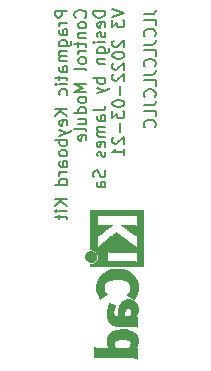
<source format=gbo>
%TF.GenerationSoftware,KiCad,Pcbnew,(6.0.4-0)*%
%TF.CreationDate,2022-03-28T13:42:25+08:00*%
%TF.ProjectId,Pragmatic,50726167-6d61-4746-9963-2e6b69636164,V3*%
%TF.SameCoordinates,Original*%
%TF.FileFunction,Legend,Bot*%
%TF.FilePolarity,Positive*%
%FSLAX46Y46*%
G04 Gerber Fmt 4.6, Leading zero omitted, Abs format (unit mm)*
G04 Created by KiCad (PCBNEW (6.0.4-0)) date 2022-03-28 13:42:25*
%MOMM*%
%LPD*%
G01*
G04 APERTURE LIST*
G04 Aperture macros list*
%AMRoundRect*
0 Rectangle with rounded corners*
0 $1 Rounding radius*
0 $2 $3 $4 $5 $6 $7 $8 $9 X,Y pos of 4 corners*
0 Add a 4 corners polygon primitive as box body*
4,1,4,$2,$3,$4,$5,$6,$7,$8,$9,$2,$3,0*
0 Add four circle primitives for the rounded corners*
1,1,$1+$1,$2,$3*
1,1,$1+$1,$4,$5*
1,1,$1+$1,$6,$7*
1,1,$1+$1,$8,$9*
0 Add four rect primitives between the rounded corners*
20,1,$1+$1,$2,$3,$4,$5,0*
20,1,$1+$1,$4,$5,$6,$7,0*
20,1,$1+$1,$6,$7,$8,$9,0*
20,1,$1+$1,$8,$9,$2,$3,0*%
G04 Aperture macros list end*
%ADD10C,0.150000*%
%ADD11C,0.010000*%
%ADD12R,1.752600X1.752600*%
%ADD13C,1.752600*%
%ADD14RoundRect,0.250000X-0.600000X-0.600000X0.600000X-0.600000X0.600000X0.600000X-0.600000X0.600000X0*%
%ADD15C,1.700000*%
%ADD16RoundRect,0.250000X0.600000X0.600000X-0.600000X0.600000X-0.600000X-0.600000X0.600000X-0.600000X0*%
%ADD17C,2.000000*%
%ADD18C,6.400000*%
G04 APERTURE END LIST*
D10*
X136467380Y-52405595D02*
X135467380Y-52405595D01*
X135467380Y-52786547D01*
X135515000Y-52881785D01*
X135562619Y-52929404D01*
X135657857Y-52977023D01*
X135800714Y-52977023D01*
X135895952Y-52929404D01*
X135943571Y-52881785D01*
X135991190Y-52786547D01*
X135991190Y-52405595D01*
X136467380Y-53405595D02*
X135800714Y-53405595D01*
X135991190Y-53405595D02*
X135895952Y-53453214D01*
X135848333Y-53500833D01*
X135800714Y-53596071D01*
X135800714Y-53691309D01*
X136467380Y-54453214D02*
X135943571Y-54453214D01*
X135848333Y-54405595D01*
X135800714Y-54310357D01*
X135800714Y-54119880D01*
X135848333Y-54024642D01*
X136419761Y-54453214D02*
X136467380Y-54357976D01*
X136467380Y-54119880D01*
X136419761Y-54024642D01*
X136324523Y-53977023D01*
X136229285Y-53977023D01*
X136134047Y-54024642D01*
X136086428Y-54119880D01*
X136086428Y-54357976D01*
X136038809Y-54453214D01*
X135800714Y-55357976D02*
X136610238Y-55357976D01*
X136705476Y-55310357D01*
X136753095Y-55262738D01*
X136800714Y-55167500D01*
X136800714Y-55024642D01*
X136753095Y-54929404D01*
X136419761Y-55357976D02*
X136467380Y-55262738D01*
X136467380Y-55072261D01*
X136419761Y-54977023D01*
X136372142Y-54929404D01*
X136276904Y-54881785D01*
X135991190Y-54881785D01*
X135895952Y-54929404D01*
X135848333Y-54977023D01*
X135800714Y-55072261D01*
X135800714Y-55262738D01*
X135848333Y-55357976D01*
X136467380Y-55834166D02*
X135800714Y-55834166D01*
X135895952Y-55834166D02*
X135848333Y-55881785D01*
X135800714Y-55977023D01*
X135800714Y-56119880D01*
X135848333Y-56215119D01*
X135943571Y-56262738D01*
X136467380Y-56262738D01*
X135943571Y-56262738D02*
X135848333Y-56310357D01*
X135800714Y-56405595D01*
X135800714Y-56548452D01*
X135848333Y-56643690D01*
X135943571Y-56691309D01*
X136467380Y-56691309D01*
X136467380Y-57596071D02*
X135943571Y-57596071D01*
X135848333Y-57548452D01*
X135800714Y-57453214D01*
X135800714Y-57262738D01*
X135848333Y-57167500D01*
X136419761Y-57596071D02*
X136467380Y-57500833D01*
X136467380Y-57262738D01*
X136419761Y-57167500D01*
X136324523Y-57119880D01*
X136229285Y-57119880D01*
X136134047Y-57167500D01*
X136086428Y-57262738D01*
X136086428Y-57500833D01*
X136038809Y-57596071D01*
X135800714Y-57929404D02*
X135800714Y-58310357D01*
X135467380Y-58072261D02*
X136324523Y-58072261D01*
X136419761Y-58119880D01*
X136467380Y-58215119D01*
X136467380Y-58310357D01*
X136467380Y-58643690D02*
X135800714Y-58643690D01*
X135467380Y-58643690D02*
X135515000Y-58596071D01*
X135562619Y-58643690D01*
X135515000Y-58691309D01*
X135467380Y-58643690D01*
X135562619Y-58643690D01*
X136419761Y-59548452D02*
X136467380Y-59453214D01*
X136467380Y-59262738D01*
X136419761Y-59167500D01*
X136372142Y-59119880D01*
X136276904Y-59072261D01*
X135991190Y-59072261D01*
X135895952Y-59119880D01*
X135848333Y-59167500D01*
X135800714Y-59262738D01*
X135800714Y-59453214D01*
X135848333Y-59548452D01*
X136467380Y-60738928D02*
X135467380Y-60738928D01*
X136467380Y-61310357D02*
X135895952Y-60881785D01*
X135467380Y-61310357D02*
X136038809Y-60738928D01*
X136419761Y-62119880D02*
X136467380Y-62024642D01*
X136467380Y-61834166D01*
X136419761Y-61738928D01*
X136324523Y-61691309D01*
X135943571Y-61691309D01*
X135848333Y-61738928D01*
X135800714Y-61834166D01*
X135800714Y-62024642D01*
X135848333Y-62119880D01*
X135943571Y-62167500D01*
X136038809Y-62167500D01*
X136134047Y-61691309D01*
X135800714Y-62500833D02*
X136467380Y-62738928D01*
X135800714Y-62977023D02*
X136467380Y-62738928D01*
X136705476Y-62643690D01*
X136753095Y-62596071D01*
X136800714Y-62500833D01*
X136467380Y-63357976D02*
X135467380Y-63357976D01*
X135848333Y-63357976D02*
X135800714Y-63453214D01*
X135800714Y-63643690D01*
X135848333Y-63738928D01*
X135895952Y-63786547D01*
X135991190Y-63834166D01*
X136276904Y-63834166D01*
X136372142Y-63786547D01*
X136419761Y-63738928D01*
X136467380Y-63643690D01*
X136467380Y-63453214D01*
X136419761Y-63357976D01*
X136467380Y-64405595D02*
X136419761Y-64310357D01*
X136372142Y-64262738D01*
X136276904Y-64215119D01*
X135991190Y-64215119D01*
X135895952Y-64262738D01*
X135848333Y-64310357D01*
X135800714Y-64405595D01*
X135800714Y-64548452D01*
X135848333Y-64643690D01*
X135895952Y-64691309D01*
X135991190Y-64738928D01*
X136276904Y-64738928D01*
X136372142Y-64691309D01*
X136419761Y-64643690D01*
X136467380Y-64548452D01*
X136467380Y-64405595D01*
X136467380Y-65596071D02*
X135943571Y-65596071D01*
X135848333Y-65548452D01*
X135800714Y-65453214D01*
X135800714Y-65262738D01*
X135848333Y-65167500D01*
X136419761Y-65596071D02*
X136467380Y-65500833D01*
X136467380Y-65262738D01*
X136419761Y-65167500D01*
X136324523Y-65119880D01*
X136229285Y-65119880D01*
X136134047Y-65167500D01*
X136086428Y-65262738D01*
X136086428Y-65500833D01*
X136038809Y-65596071D01*
X136467380Y-66072261D02*
X135800714Y-66072261D01*
X135991190Y-66072261D02*
X135895952Y-66119880D01*
X135848333Y-66167500D01*
X135800714Y-66262738D01*
X135800714Y-66357976D01*
X136467380Y-67119880D02*
X135467380Y-67119880D01*
X136419761Y-67119880D02*
X136467380Y-67024642D01*
X136467380Y-66834166D01*
X136419761Y-66738928D01*
X136372142Y-66691309D01*
X136276904Y-66643690D01*
X135991190Y-66643690D01*
X135895952Y-66691309D01*
X135848333Y-66738928D01*
X135800714Y-66834166D01*
X135800714Y-67024642D01*
X135848333Y-67119880D01*
X136467380Y-68357976D02*
X135467380Y-68357976D01*
X136467380Y-68929404D02*
X135895952Y-68500833D01*
X135467380Y-68929404D02*
X136038809Y-68357976D01*
X136467380Y-69357976D02*
X135800714Y-69357976D01*
X135467380Y-69357976D02*
X135515000Y-69310357D01*
X135562619Y-69357976D01*
X135515000Y-69405595D01*
X135467380Y-69357976D01*
X135562619Y-69357976D01*
X135800714Y-69691309D02*
X135800714Y-70072261D01*
X135467380Y-69834166D02*
X136324523Y-69834166D01*
X136419761Y-69881785D01*
X136467380Y-69977023D01*
X136467380Y-70072261D01*
X137982142Y-52977023D02*
X138029761Y-52929404D01*
X138077380Y-52786547D01*
X138077380Y-52691309D01*
X138029761Y-52548452D01*
X137934523Y-52453214D01*
X137839285Y-52405595D01*
X137648809Y-52357976D01*
X137505952Y-52357976D01*
X137315476Y-52405595D01*
X137220238Y-52453214D01*
X137125000Y-52548452D01*
X137077380Y-52691309D01*
X137077380Y-52786547D01*
X137125000Y-52929404D01*
X137172619Y-52977023D01*
X138077380Y-53548452D02*
X138029761Y-53453214D01*
X137982142Y-53405595D01*
X137886904Y-53357976D01*
X137601190Y-53357976D01*
X137505952Y-53405595D01*
X137458333Y-53453214D01*
X137410714Y-53548452D01*
X137410714Y-53691309D01*
X137458333Y-53786547D01*
X137505952Y-53834166D01*
X137601190Y-53881785D01*
X137886904Y-53881785D01*
X137982142Y-53834166D01*
X138029761Y-53786547D01*
X138077380Y-53691309D01*
X138077380Y-53548452D01*
X137410714Y-54310357D02*
X138077380Y-54310357D01*
X137505952Y-54310357D02*
X137458333Y-54357976D01*
X137410714Y-54453214D01*
X137410714Y-54596071D01*
X137458333Y-54691309D01*
X137553571Y-54738928D01*
X138077380Y-54738928D01*
X137410714Y-55072261D02*
X137410714Y-55453214D01*
X137077380Y-55215119D02*
X137934523Y-55215119D01*
X138029761Y-55262738D01*
X138077380Y-55357976D01*
X138077380Y-55453214D01*
X138077380Y-55786547D02*
X137410714Y-55786547D01*
X137601190Y-55786547D02*
X137505952Y-55834166D01*
X137458333Y-55881785D01*
X137410714Y-55977023D01*
X137410714Y-56072261D01*
X138077380Y-56548452D02*
X138029761Y-56453214D01*
X137982142Y-56405595D01*
X137886904Y-56357976D01*
X137601190Y-56357976D01*
X137505952Y-56405595D01*
X137458333Y-56453214D01*
X137410714Y-56548452D01*
X137410714Y-56691309D01*
X137458333Y-56786547D01*
X137505952Y-56834166D01*
X137601190Y-56881785D01*
X137886904Y-56881785D01*
X137982142Y-56834166D01*
X138029761Y-56786547D01*
X138077380Y-56691309D01*
X138077380Y-56548452D01*
X138077380Y-57453214D02*
X138029761Y-57357976D01*
X137934523Y-57310357D01*
X137077380Y-57310357D01*
X138077380Y-58596071D02*
X137077380Y-58596071D01*
X137791666Y-58929404D01*
X137077380Y-59262738D01*
X138077380Y-59262738D01*
X138077380Y-59881785D02*
X138029761Y-59786547D01*
X137982142Y-59738928D01*
X137886904Y-59691309D01*
X137601190Y-59691309D01*
X137505952Y-59738928D01*
X137458333Y-59786547D01*
X137410714Y-59881785D01*
X137410714Y-60024642D01*
X137458333Y-60119880D01*
X137505952Y-60167500D01*
X137601190Y-60215119D01*
X137886904Y-60215119D01*
X137982142Y-60167500D01*
X138029761Y-60119880D01*
X138077380Y-60024642D01*
X138077380Y-59881785D01*
X138077380Y-61072261D02*
X137077380Y-61072261D01*
X138029761Y-61072261D02*
X138077380Y-60977023D01*
X138077380Y-60786547D01*
X138029761Y-60691309D01*
X137982142Y-60643690D01*
X137886904Y-60596071D01*
X137601190Y-60596071D01*
X137505952Y-60643690D01*
X137458333Y-60691309D01*
X137410714Y-60786547D01*
X137410714Y-60977023D01*
X137458333Y-61072261D01*
X137410714Y-61977023D02*
X138077380Y-61977023D01*
X137410714Y-61548452D02*
X137934523Y-61548452D01*
X138029761Y-61596071D01*
X138077380Y-61691309D01*
X138077380Y-61834166D01*
X138029761Y-61929404D01*
X137982142Y-61977023D01*
X138077380Y-62596071D02*
X138029761Y-62500833D01*
X137934523Y-62453214D01*
X137077380Y-62453214D01*
X138029761Y-63357976D02*
X138077380Y-63262738D01*
X138077380Y-63072261D01*
X138029761Y-62977023D01*
X137934523Y-62929404D01*
X137553571Y-62929404D01*
X137458333Y-62977023D01*
X137410714Y-63072261D01*
X137410714Y-63262738D01*
X137458333Y-63357976D01*
X137553571Y-63405595D01*
X137648809Y-63405595D01*
X137744047Y-62929404D01*
X139687380Y-52405595D02*
X138687380Y-52405595D01*
X138687380Y-52643690D01*
X138735000Y-52786547D01*
X138830238Y-52881785D01*
X138925476Y-52929404D01*
X139115952Y-52977023D01*
X139258809Y-52977023D01*
X139449285Y-52929404D01*
X139544523Y-52881785D01*
X139639761Y-52786547D01*
X139687380Y-52643690D01*
X139687380Y-52405595D01*
X139639761Y-53786547D02*
X139687380Y-53691309D01*
X139687380Y-53500833D01*
X139639761Y-53405595D01*
X139544523Y-53357976D01*
X139163571Y-53357976D01*
X139068333Y-53405595D01*
X139020714Y-53500833D01*
X139020714Y-53691309D01*
X139068333Y-53786547D01*
X139163571Y-53834166D01*
X139258809Y-53834166D01*
X139354047Y-53357976D01*
X139639761Y-54215119D02*
X139687380Y-54310357D01*
X139687380Y-54500833D01*
X139639761Y-54596071D01*
X139544523Y-54643690D01*
X139496904Y-54643690D01*
X139401666Y-54596071D01*
X139354047Y-54500833D01*
X139354047Y-54357976D01*
X139306428Y-54262738D01*
X139211190Y-54215119D01*
X139163571Y-54215119D01*
X139068333Y-54262738D01*
X139020714Y-54357976D01*
X139020714Y-54500833D01*
X139068333Y-54596071D01*
X139687380Y-55072261D02*
X139020714Y-55072261D01*
X138687380Y-55072261D02*
X138735000Y-55024642D01*
X138782619Y-55072261D01*
X138735000Y-55119880D01*
X138687380Y-55072261D01*
X138782619Y-55072261D01*
X139020714Y-55977023D02*
X139830238Y-55977023D01*
X139925476Y-55929404D01*
X139973095Y-55881785D01*
X140020714Y-55786547D01*
X140020714Y-55643690D01*
X139973095Y-55548452D01*
X139639761Y-55977023D02*
X139687380Y-55881785D01*
X139687380Y-55691309D01*
X139639761Y-55596071D01*
X139592142Y-55548452D01*
X139496904Y-55500833D01*
X139211190Y-55500833D01*
X139115952Y-55548452D01*
X139068333Y-55596071D01*
X139020714Y-55691309D01*
X139020714Y-55881785D01*
X139068333Y-55977023D01*
X139020714Y-56453214D02*
X139687380Y-56453214D01*
X139115952Y-56453214D02*
X139068333Y-56500833D01*
X139020714Y-56596071D01*
X139020714Y-56738928D01*
X139068333Y-56834166D01*
X139163571Y-56881785D01*
X139687380Y-56881785D01*
X139687380Y-58119880D02*
X138687380Y-58119880D01*
X139068333Y-58119880D02*
X139020714Y-58215119D01*
X139020714Y-58405595D01*
X139068333Y-58500833D01*
X139115952Y-58548452D01*
X139211190Y-58596071D01*
X139496904Y-58596071D01*
X139592142Y-58548452D01*
X139639761Y-58500833D01*
X139687380Y-58405595D01*
X139687380Y-58215119D01*
X139639761Y-58119880D01*
X139020714Y-58929404D02*
X139687380Y-59167500D01*
X139020714Y-59405595D02*
X139687380Y-59167500D01*
X139925476Y-59072261D01*
X139973095Y-59024642D01*
X140020714Y-58929404D01*
X138687380Y-60834166D02*
X139401666Y-60834166D01*
X139544523Y-60786547D01*
X139639761Y-60691309D01*
X139687380Y-60548452D01*
X139687380Y-60453214D01*
X139687380Y-61738928D02*
X139163571Y-61738928D01*
X139068333Y-61691309D01*
X139020714Y-61596071D01*
X139020714Y-61405595D01*
X139068333Y-61310357D01*
X139639761Y-61738928D02*
X139687380Y-61643690D01*
X139687380Y-61405595D01*
X139639761Y-61310357D01*
X139544523Y-61262738D01*
X139449285Y-61262738D01*
X139354047Y-61310357D01*
X139306428Y-61405595D01*
X139306428Y-61643690D01*
X139258809Y-61738928D01*
X139687380Y-62215119D02*
X139020714Y-62215119D01*
X139115952Y-62215119D02*
X139068333Y-62262738D01*
X139020714Y-62357976D01*
X139020714Y-62500833D01*
X139068333Y-62596071D01*
X139163571Y-62643690D01*
X139687380Y-62643690D01*
X139163571Y-62643690D02*
X139068333Y-62691309D01*
X139020714Y-62786547D01*
X139020714Y-62929404D01*
X139068333Y-63024642D01*
X139163571Y-63072261D01*
X139687380Y-63072261D01*
X139639761Y-63929404D02*
X139687380Y-63834166D01*
X139687380Y-63643690D01*
X139639761Y-63548452D01*
X139544523Y-63500833D01*
X139163571Y-63500833D01*
X139068333Y-63548452D01*
X139020714Y-63643690D01*
X139020714Y-63834166D01*
X139068333Y-63929404D01*
X139163571Y-63977023D01*
X139258809Y-63977023D01*
X139354047Y-63500833D01*
X139639761Y-64357976D02*
X139687380Y-64453214D01*
X139687380Y-64643690D01*
X139639761Y-64738928D01*
X139544523Y-64786547D01*
X139496904Y-64786547D01*
X139401666Y-64738928D01*
X139354047Y-64643690D01*
X139354047Y-64500833D01*
X139306428Y-64405595D01*
X139211190Y-64357976D01*
X139163571Y-64357976D01*
X139068333Y-64405595D01*
X139020714Y-64500833D01*
X139020714Y-64643690D01*
X139068333Y-64738928D01*
X139639761Y-65929404D02*
X139687380Y-66072261D01*
X139687380Y-66310357D01*
X139639761Y-66405595D01*
X139592142Y-66453214D01*
X139496904Y-66500833D01*
X139401666Y-66500833D01*
X139306428Y-66453214D01*
X139258809Y-66405595D01*
X139211190Y-66310357D01*
X139163571Y-66119880D01*
X139115952Y-66024642D01*
X139068333Y-65977023D01*
X138973095Y-65929404D01*
X138877857Y-65929404D01*
X138782619Y-65977023D01*
X138735000Y-66024642D01*
X138687380Y-66119880D01*
X138687380Y-66357976D01*
X138735000Y-66500833D01*
X139687380Y-67357976D02*
X139163571Y-67357976D01*
X139068333Y-67310357D01*
X139020714Y-67215119D01*
X139020714Y-67024642D01*
X139068333Y-66929404D01*
X139639761Y-67357976D02*
X139687380Y-67262738D01*
X139687380Y-67024642D01*
X139639761Y-66929404D01*
X139544523Y-66881785D01*
X139449285Y-66881785D01*
X139354047Y-66929404D01*
X139306428Y-67024642D01*
X139306428Y-67262738D01*
X139258809Y-67357976D01*
X140297380Y-52262738D02*
X141297380Y-52596071D01*
X140297380Y-52929404D01*
X140297380Y-53167500D02*
X140297380Y-53786547D01*
X140678333Y-53453214D01*
X140678333Y-53596071D01*
X140725952Y-53691309D01*
X140773571Y-53738928D01*
X140868809Y-53786547D01*
X141106904Y-53786547D01*
X141202142Y-53738928D01*
X141249761Y-53691309D01*
X141297380Y-53596071D01*
X141297380Y-53310357D01*
X141249761Y-53215119D01*
X141202142Y-53167500D01*
X140392619Y-54929404D02*
X140345000Y-54977023D01*
X140297380Y-55072261D01*
X140297380Y-55310357D01*
X140345000Y-55405595D01*
X140392619Y-55453214D01*
X140487857Y-55500833D01*
X140583095Y-55500833D01*
X140725952Y-55453214D01*
X141297380Y-54881785D01*
X141297380Y-55500833D01*
X140297380Y-56119880D02*
X140297380Y-56215119D01*
X140345000Y-56310357D01*
X140392619Y-56357976D01*
X140487857Y-56405595D01*
X140678333Y-56453214D01*
X140916428Y-56453214D01*
X141106904Y-56405595D01*
X141202142Y-56357976D01*
X141249761Y-56310357D01*
X141297380Y-56215119D01*
X141297380Y-56119880D01*
X141249761Y-56024642D01*
X141202142Y-55977023D01*
X141106904Y-55929404D01*
X140916428Y-55881785D01*
X140678333Y-55881785D01*
X140487857Y-55929404D01*
X140392619Y-55977023D01*
X140345000Y-56024642D01*
X140297380Y-56119880D01*
X140392619Y-56834166D02*
X140345000Y-56881785D01*
X140297380Y-56977023D01*
X140297380Y-57215119D01*
X140345000Y-57310357D01*
X140392619Y-57357976D01*
X140487857Y-57405595D01*
X140583095Y-57405595D01*
X140725952Y-57357976D01*
X141297380Y-56786547D01*
X141297380Y-57405595D01*
X140392619Y-57786547D02*
X140345000Y-57834166D01*
X140297380Y-57929404D01*
X140297380Y-58167500D01*
X140345000Y-58262738D01*
X140392619Y-58310357D01*
X140487857Y-58357976D01*
X140583095Y-58357976D01*
X140725952Y-58310357D01*
X141297380Y-57738928D01*
X141297380Y-58357976D01*
X140916428Y-58786547D02*
X140916428Y-59548452D01*
X140297380Y-60215119D02*
X140297380Y-60310357D01*
X140345000Y-60405595D01*
X140392619Y-60453214D01*
X140487857Y-60500833D01*
X140678333Y-60548452D01*
X140916428Y-60548452D01*
X141106904Y-60500833D01*
X141202142Y-60453214D01*
X141249761Y-60405595D01*
X141297380Y-60310357D01*
X141297380Y-60215119D01*
X141249761Y-60119880D01*
X141202142Y-60072261D01*
X141106904Y-60024642D01*
X140916428Y-59977023D01*
X140678333Y-59977023D01*
X140487857Y-60024642D01*
X140392619Y-60072261D01*
X140345000Y-60119880D01*
X140297380Y-60215119D01*
X140297380Y-60881785D02*
X140297380Y-61500833D01*
X140678333Y-61167500D01*
X140678333Y-61310357D01*
X140725952Y-61405595D01*
X140773571Y-61453214D01*
X140868809Y-61500833D01*
X141106904Y-61500833D01*
X141202142Y-61453214D01*
X141249761Y-61405595D01*
X141297380Y-61310357D01*
X141297380Y-61024642D01*
X141249761Y-60929404D01*
X141202142Y-60881785D01*
X140916428Y-61929404D02*
X140916428Y-62691309D01*
X140392619Y-63119880D02*
X140345000Y-63167500D01*
X140297380Y-63262738D01*
X140297380Y-63500833D01*
X140345000Y-63596071D01*
X140392619Y-63643690D01*
X140487857Y-63691309D01*
X140583095Y-63691309D01*
X140725952Y-63643690D01*
X141297380Y-63072261D01*
X141297380Y-63691309D01*
X141297380Y-64643690D02*
X141297380Y-64072261D01*
X141297380Y-64357976D02*
X140297380Y-64357976D01*
X140440238Y-64262738D01*
X140535476Y-64167500D01*
X140583095Y-64072261D01*
%TO.C,L1*%
X142962380Y-52691309D02*
X143676666Y-52691309D01*
X143819523Y-52643690D01*
X143914761Y-52548452D01*
X143962380Y-52405595D01*
X143962380Y-52310357D01*
X143962380Y-53643690D02*
X143962380Y-53167500D01*
X142962380Y-53167500D01*
X143867142Y-54548452D02*
X143914761Y-54500833D01*
X143962380Y-54357976D01*
X143962380Y-54262738D01*
X143914761Y-54119880D01*
X143819523Y-54024642D01*
X143724285Y-53977023D01*
X143533809Y-53929404D01*
X143390952Y-53929404D01*
X143200476Y-53977023D01*
X143105238Y-54024642D01*
X143010000Y-54119880D01*
X142962380Y-54262738D01*
X142962380Y-54357976D01*
X143010000Y-54500833D01*
X143057619Y-54548452D01*
X142962380Y-55262738D02*
X143676666Y-55262738D01*
X143819523Y-55215119D01*
X143914761Y-55119880D01*
X143962380Y-54977023D01*
X143962380Y-54881785D01*
X143962380Y-56215119D02*
X143962380Y-55738928D01*
X142962380Y-55738928D01*
X143867142Y-57119880D02*
X143914761Y-57072261D01*
X143962380Y-56929404D01*
X143962380Y-56834166D01*
X143914761Y-56691309D01*
X143819523Y-56596071D01*
X143724285Y-56548452D01*
X143533809Y-56500833D01*
X143390952Y-56500833D01*
X143200476Y-56548452D01*
X143105238Y-56596071D01*
X143010000Y-56691309D01*
X142962380Y-56834166D01*
X142962380Y-56929404D01*
X143010000Y-57072261D01*
X143057619Y-57119880D01*
X142962380Y-57834166D02*
X143676666Y-57834166D01*
X143819523Y-57786547D01*
X143914761Y-57691309D01*
X143962380Y-57548452D01*
X143962380Y-57453214D01*
X143962380Y-58786547D02*
X143962380Y-58310357D01*
X142962380Y-58310357D01*
X143867142Y-59691309D02*
X143914761Y-59643690D01*
X143962380Y-59500833D01*
X143962380Y-59405595D01*
X143914761Y-59262738D01*
X143819523Y-59167500D01*
X143724285Y-59119880D01*
X143533809Y-59072261D01*
X143390952Y-59072261D01*
X143200476Y-59119880D01*
X143105238Y-59167500D01*
X143010000Y-59262738D01*
X142962380Y-59405595D01*
X142962380Y-59500833D01*
X143010000Y-59643690D01*
X143057619Y-59691309D01*
X142962380Y-60405595D02*
X143676666Y-60405595D01*
X143819523Y-60357976D01*
X143914761Y-60262738D01*
X143962380Y-60119880D01*
X143962380Y-60024642D01*
X143962380Y-61357976D02*
X143962380Y-60881785D01*
X142962380Y-60881785D01*
X143867142Y-62262738D02*
X143914761Y-62215119D01*
X143962380Y-62072261D01*
X143962380Y-61977023D01*
X143914761Y-61834166D01*
X143819523Y-61738928D01*
X143724285Y-61691309D01*
X143533809Y-61643690D01*
X143390952Y-61643690D01*
X143200476Y-61691309D01*
X143105238Y-61738928D01*
X143010000Y-61834166D01*
X142962380Y-61977023D01*
X142962380Y-62072261D01*
X143010000Y-62215119D01*
X143057619Y-62262738D01*
%TO.C,REF\u002A\u002A*%
G36*
X141290158Y-79379732D02*
G01*
X141441594Y-79388311D01*
X141578283Y-79407167D01*
X141704276Y-79437163D01*
X141823625Y-79479164D01*
X141940381Y-79534031D01*
X142051179Y-79600833D01*
X142164739Y-79691637D01*
X142260211Y-79795292D01*
X142337073Y-79911113D01*
X142394797Y-80038414D01*
X142432858Y-80176511D01*
X142438666Y-80214207D01*
X142444396Y-80293248D01*
X142444583Y-80381371D01*
X142439539Y-80470764D01*
X142429578Y-80553616D01*
X142415012Y-80622113D01*
X142405364Y-80652965D01*
X142375123Y-80730270D01*
X142337617Y-80807321D01*
X142296614Y-80876800D01*
X142255879Y-80931385D01*
X142236505Y-80954084D01*
X142218662Y-80976799D01*
X142211778Y-80988221D01*
X142213424Y-80989463D01*
X142231205Y-80992272D01*
X142264370Y-80994224D01*
X142307733Y-80994955D01*
X142403689Y-80994955D01*
X142403689Y-81853104D01*
X142342974Y-81818839D01*
X142333868Y-81813645D01*
X142319249Y-81805285D01*
X142305173Y-81797712D01*
X142290540Y-81790888D01*
X142274249Y-81784773D01*
X142255198Y-81779327D01*
X142232286Y-81774513D01*
X142204413Y-81770292D01*
X142170478Y-81766623D01*
X142129379Y-81763469D01*
X142080015Y-81760789D01*
X142021286Y-81758546D01*
X141952090Y-81756701D01*
X141871326Y-81755213D01*
X141777894Y-81754045D01*
X141670692Y-81753156D01*
X141548620Y-81752509D01*
X141410576Y-81752064D01*
X141255459Y-81751782D01*
X141082168Y-81751625D01*
X140889603Y-81751552D01*
X140676662Y-81751526D01*
X140442245Y-81751507D01*
X138757378Y-81751311D01*
X138757378Y-80845983D01*
X138794067Y-80870415D01*
X138803647Y-80876682D01*
X138849981Y-80902792D01*
X138897102Y-80920531D01*
X138952251Y-80932092D01*
X139022667Y-80939669D01*
X139029650Y-80940161D01*
X139067641Y-80941938D01*
X139121576Y-80943556D01*
X139188703Y-80945001D01*
X139266271Y-80946260D01*
X139351528Y-80947320D01*
X139441724Y-80948171D01*
X139534107Y-80948797D01*
X139625925Y-80949188D01*
X139714427Y-80949330D01*
X139796862Y-80949210D01*
X139870479Y-80948817D01*
X139932526Y-80948138D01*
X139980251Y-80947159D01*
X140010904Y-80945868D01*
X140021733Y-80944253D01*
X140017333Y-80936043D01*
X140002362Y-80914353D01*
X139980448Y-80884986D01*
X139946236Y-80836121D01*
X139899714Y-80747875D01*
X139866046Y-80649084D01*
X139863231Y-80634557D01*
X140417465Y-80634557D01*
X140429389Y-80719681D01*
X140456040Y-80803867D01*
X140496962Y-80882392D01*
X140540530Y-80949800D01*
X141690721Y-80949800D01*
X141737089Y-80879244D01*
X141760791Y-80838583D01*
X141786639Y-80784454D01*
X141804829Y-80735311D01*
X141820551Y-80671835D01*
X141831541Y-80575669D01*
X141823365Y-80491100D01*
X141795805Y-80417781D01*
X141748642Y-80355363D01*
X141681658Y-80303498D01*
X141594633Y-80261840D01*
X141487350Y-80230038D01*
X141475009Y-80227455D01*
X141413772Y-80219000D01*
X141336692Y-80213337D01*
X141249002Y-80210424D01*
X141155934Y-80210217D01*
X141062720Y-80212670D01*
X140974594Y-80217739D01*
X140896788Y-80225381D01*
X140834533Y-80235552D01*
X140828666Y-80236833D01*
X140718121Y-80265874D01*
X140627575Y-80300390D01*
X140554953Y-80341544D01*
X140498181Y-80390501D01*
X140455184Y-80448426D01*
X140439615Y-80480380D01*
X140420722Y-80553216D01*
X140417465Y-80634557D01*
X139863231Y-80634557D01*
X139844231Y-80536490D01*
X139833265Y-80406836D01*
X139832219Y-80314330D01*
X139842014Y-80192989D01*
X139866174Y-80082901D01*
X139905785Y-79979611D01*
X139961932Y-79878662D01*
X139992883Y-79833497D01*
X140084115Y-79728089D01*
X140193106Y-79636462D01*
X140319726Y-79558668D01*
X140463845Y-79494759D01*
X140625332Y-79444786D01*
X140804059Y-79408802D01*
X140999895Y-79386857D01*
X141155934Y-79381100D01*
X141212711Y-79379006D01*
X141290158Y-79379732D01*
G37*
D11*
X141290158Y-79379732D02*
X141441594Y-79388311D01*
X141578283Y-79407167D01*
X141704276Y-79437163D01*
X141823625Y-79479164D01*
X141940381Y-79534031D01*
X142051179Y-79600833D01*
X142164739Y-79691637D01*
X142260211Y-79795292D01*
X142337073Y-79911113D01*
X142394797Y-80038414D01*
X142432858Y-80176511D01*
X142438666Y-80214207D01*
X142444396Y-80293248D01*
X142444583Y-80381371D01*
X142439539Y-80470764D01*
X142429578Y-80553616D01*
X142415012Y-80622113D01*
X142405364Y-80652965D01*
X142375123Y-80730270D01*
X142337617Y-80807321D01*
X142296614Y-80876800D01*
X142255879Y-80931385D01*
X142236505Y-80954084D01*
X142218662Y-80976799D01*
X142211778Y-80988221D01*
X142213424Y-80989463D01*
X142231205Y-80992272D01*
X142264370Y-80994224D01*
X142307733Y-80994955D01*
X142403689Y-80994955D01*
X142403689Y-81853104D01*
X142342974Y-81818839D01*
X142333868Y-81813645D01*
X142319249Y-81805285D01*
X142305173Y-81797712D01*
X142290540Y-81790888D01*
X142274249Y-81784773D01*
X142255198Y-81779327D01*
X142232286Y-81774513D01*
X142204413Y-81770292D01*
X142170478Y-81766623D01*
X142129379Y-81763469D01*
X142080015Y-81760789D01*
X142021286Y-81758546D01*
X141952090Y-81756701D01*
X141871326Y-81755213D01*
X141777894Y-81754045D01*
X141670692Y-81753156D01*
X141548620Y-81752509D01*
X141410576Y-81752064D01*
X141255459Y-81751782D01*
X141082168Y-81751625D01*
X140889603Y-81751552D01*
X140676662Y-81751526D01*
X140442245Y-81751507D01*
X138757378Y-81751311D01*
X138757378Y-80845983D01*
X138794067Y-80870415D01*
X138803647Y-80876682D01*
X138849981Y-80902792D01*
X138897102Y-80920531D01*
X138952251Y-80932092D01*
X139022667Y-80939669D01*
X139029650Y-80940161D01*
X139067641Y-80941938D01*
X139121576Y-80943556D01*
X139188703Y-80945001D01*
X139266271Y-80946260D01*
X139351528Y-80947320D01*
X139441724Y-80948171D01*
X139534107Y-80948797D01*
X139625925Y-80949188D01*
X139714427Y-80949330D01*
X139796862Y-80949210D01*
X139870479Y-80948817D01*
X139932526Y-80948138D01*
X139980251Y-80947159D01*
X140010904Y-80945868D01*
X140021733Y-80944253D01*
X140017333Y-80936043D01*
X140002362Y-80914353D01*
X139980448Y-80884986D01*
X139946236Y-80836121D01*
X139899714Y-80747875D01*
X139866046Y-80649084D01*
X139863231Y-80634557D01*
X140417465Y-80634557D01*
X140429389Y-80719681D01*
X140456040Y-80803867D01*
X140496962Y-80882392D01*
X140540530Y-80949800D01*
X141690721Y-80949800D01*
X141737089Y-80879244D01*
X141760791Y-80838583D01*
X141786639Y-80784454D01*
X141804829Y-80735311D01*
X141820551Y-80671835D01*
X141831541Y-80575669D01*
X141823365Y-80491100D01*
X141795805Y-80417781D01*
X141748642Y-80355363D01*
X141681658Y-80303498D01*
X141594633Y-80261840D01*
X141487350Y-80230038D01*
X141475009Y-80227455D01*
X141413772Y-80219000D01*
X141336692Y-80213337D01*
X141249002Y-80210424D01*
X141155934Y-80210217D01*
X141062720Y-80212670D01*
X140974594Y-80217739D01*
X140896788Y-80225381D01*
X140834533Y-80235552D01*
X140828666Y-80236833D01*
X140718121Y-80265874D01*
X140627575Y-80300390D01*
X140554953Y-80341544D01*
X140498181Y-80390501D01*
X140455184Y-80448426D01*
X140439615Y-80480380D01*
X140420722Y-80553216D01*
X140417465Y-80634557D01*
X139863231Y-80634557D01*
X139844231Y-80536490D01*
X139833265Y-80406836D01*
X139832219Y-80314330D01*
X139842014Y-80192989D01*
X139866174Y-80082901D01*
X139905785Y-79979611D01*
X139961932Y-79878662D01*
X139992883Y-79833497D01*
X140084115Y-79728089D01*
X140193106Y-79636462D01*
X140319726Y-79558668D01*
X140463845Y-79494759D01*
X140625332Y-79444786D01*
X140804059Y-79408802D01*
X140999895Y-79386857D01*
X141155934Y-79381100D01*
X141212711Y-79379006D01*
X141290158Y-79379732D01*
G36*
X140791325Y-74247449D02*
G01*
X140992581Y-74264209D01*
X141187128Y-74297708D01*
X141370756Y-74347956D01*
X141488053Y-74391810D01*
X141650951Y-74469652D01*
X141804866Y-74563172D01*
X141946671Y-74670178D01*
X142073239Y-74788481D01*
X142181441Y-74915889D01*
X142234120Y-74993394D01*
X142303750Y-75120275D01*
X142362468Y-75257757D01*
X142407587Y-75399284D01*
X142436422Y-75538298D01*
X142438106Y-75552403D01*
X142441434Y-75595847D01*
X142444275Y-75653277D01*
X142446373Y-75718878D01*
X142447468Y-75786833D01*
X142445140Y-75913622D01*
X142432136Y-76061327D01*
X142407133Y-76199221D01*
X142369318Y-76332986D01*
X142360889Y-76356438D01*
X142341408Y-76404388D01*
X142316473Y-76460860D01*
X142287722Y-76522621D01*
X142256790Y-76586437D01*
X142225315Y-76649074D01*
X142194934Y-76707297D01*
X142167283Y-76757873D01*
X142143999Y-76797567D01*
X142126718Y-76823146D01*
X142117079Y-76831375D01*
X142113984Y-76829924D01*
X142094079Y-76818750D01*
X142058420Y-76797866D01*
X142009459Y-76768735D01*
X141949646Y-76732819D01*
X141881433Y-76691580D01*
X141807271Y-76646483D01*
X141510008Y-76465215D01*
X141554539Y-76418685D01*
X141632865Y-76327277D01*
X141707439Y-76213666D01*
X141761474Y-76095878D01*
X141794290Y-75975441D01*
X141805211Y-75853883D01*
X141803868Y-75812415D01*
X141785612Y-75694920D01*
X141746617Y-75584911D01*
X141687670Y-75483570D01*
X141609557Y-75392079D01*
X141513064Y-75311620D01*
X141398978Y-75243373D01*
X141364724Y-75227092D01*
X141241240Y-75181018D01*
X141102918Y-75145894D01*
X140953561Y-75121803D01*
X140796973Y-75108827D01*
X140636956Y-75107051D01*
X140477314Y-75116557D01*
X140321850Y-75137428D01*
X140174366Y-75169748D01*
X140038667Y-75213601D01*
X139952076Y-75251018D01*
X139838688Y-75315815D01*
X139745070Y-75391228D01*
X139670959Y-75477582D01*
X139616094Y-75575205D01*
X139580212Y-75684423D01*
X139563051Y-75805561D01*
X139561880Y-75874962D01*
X139576141Y-75997832D01*
X139611241Y-76113336D01*
X139666682Y-76220047D01*
X139741964Y-76316536D01*
X139756440Y-76332280D01*
X139782962Y-76362850D01*
X139800138Y-76385191D01*
X139804787Y-76395309D01*
X139802597Y-76397294D01*
X139783721Y-76411759D01*
X139750397Y-76435600D01*
X139705380Y-76466971D01*
X139651425Y-76504026D01*
X139591285Y-76544917D01*
X139527718Y-76587798D01*
X139463476Y-76630822D01*
X139401315Y-76672143D01*
X139343991Y-76709914D01*
X139294257Y-76742288D01*
X139254868Y-76767418D01*
X139228580Y-76783458D01*
X139218147Y-76788561D01*
X139213941Y-76783950D01*
X139208933Y-76764733D01*
X139206386Y-76755162D01*
X139195249Y-76727191D01*
X139176802Y-76685552D01*
X139152725Y-76634005D01*
X139124699Y-76576310D01*
X139119154Y-76565043D01*
X139039889Y-76387313D01*
X138980385Y-76217510D01*
X138940245Y-76053570D01*
X138919071Y-75893429D01*
X138916466Y-75735023D01*
X138932033Y-75576289D01*
X138949523Y-75480732D01*
X138994564Y-75316442D01*
X139057656Y-75162411D01*
X139139915Y-75016491D01*
X139242457Y-74876534D01*
X139366399Y-74740392D01*
X139411661Y-74696527D01*
X139543865Y-74584242D01*
X139681832Y-74491028D01*
X139829750Y-74414281D01*
X139991803Y-74351397D01*
X140003391Y-74347580D01*
X140189392Y-74297493D01*
X140385521Y-74264101D01*
X140587568Y-74247416D01*
X140791325Y-74247449D01*
G37*
X140791325Y-74247449D02*
X140992581Y-74264209D01*
X141187128Y-74297708D01*
X141370756Y-74347956D01*
X141488053Y-74391810D01*
X141650951Y-74469652D01*
X141804866Y-74563172D01*
X141946671Y-74670178D01*
X142073239Y-74788481D01*
X142181441Y-74915889D01*
X142234120Y-74993394D01*
X142303750Y-75120275D01*
X142362468Y-75257757D01*
X142407587Y-75399284D01*
X142436422Y-75538298D01*
X142438106Y-75552403D01*
X142441434Y-75595847D01*
X142444275Y-75653277D01*
X142446373Y-75718878D01*
X142447468Y-75786833D01*
X142445140Y-75913622D01*
X142432136Y-76061327D01*
X142407133Y-76199221D01*
X142369318Y-76332986D01*
X142360889Y-76356438D01*
X142341408Y-76404388D01*
X142316473Y-76460860D01*
X142287722Y-76522621D01*
X142256790Y-76586437D01*
X142225315Y-76649074D01*
X142194934Y-76707297D01*
X142167283Y-76757873D01*
X142143999Y-76797567D01*
X142126718Y-76823146D01*
X142117079Y-76831375D01*
X142113984Y-76829924D01*
X142094079Y-76818750D01*
X142058420Y-76797866D01*
X142009459Y-76768735D01*
X141949646Y-76732819D01*
X141881433Y-76691580D01*
X141807271Y-76646483D01*
X141510008Y-76465215D01*
X141554539Y-76418685D01*
X141632865Y-76327277D01*
X141707439Y-76213666D01*
X141761474Y-76095878D01*
X141794290Y-75975441D01*
X141805211Y-75853883D01*
X141803868Y-75812415D01*
X141785612Y-75694920D01*
X141746617Y-75584911D01*
X141687670Y-75483570D01*
X141609557Y-75392079D01*
X141513064Y-75311620D01*
X141398978Y-75243373D01*
X141364724Y-75227092D01*
X141241240Y-75181018D01*
X141102918Y-75145894D01*
X140953561Y-75121803D01*
X140796973Y-75108827D01*
X140636956Y-75107051D01*
X140477314Y-75116557D01*
X140321850Y-75137428D01*
X140174366Y-75169748D01*
X140038667Y-75213601D01*
X139952076Y-75251018D01*
X139838688Y-75315815D01*
X139745070Y-75391228D01*
X139670959Y-75477582D01*
X139616094Y-75575205D01*
X139580212Y-75684423D01*
X139563051Y-75805561D01*
X139561880Y-75874962D01*
X139576141Y-75997832D01*
X139611241Y-76113336D01*
X139666682Y-76220047D01*
X139741964Y-76316536D01*
X139756440Y-76332280D01*
X139782962Y-76362850D01*
X139800138Y-76385191D01*
X139804787Y-76395309D01*
X139802597Y-76397294D01*
X139783721Y-76411759D01*
X139750397Y-76435600D01*
X139705380Y-76466971D01*
X139651425Y-76504026D01*
X139591285Y-76544917D01*
X139527718Y-76587798D01*
X139463476Y-76630822D01*
X139401315Y-76672143D01*
X139343991Y-76709914D01*
X139294257Y-76742288D01*
X139254868Y-76767418D01*
X139228580Y-76783458D01*
X139218147Y-76788561D01*
X139213941Y-76783950D01*
X139208933Y-76764733D01*
X139206386Y-76755162D01*
X139195249Y-76727191D01*
X139176802Y-76685552D01*
X139152725Y-76634005D01*
X139124699Y-76576310D01*
X139119154Y-76565043D01*
X139039889Y-76387313D01*
X138980385Y-76217510D01*
X138940245Y-76053570D01*
X138919071Y-75893429D01*
X138916466Y-75735023D01*
X138932033Y-75576289D01*
X138949523Y-75480732D01*
X138994564Y-75316442D01*
X139057656Y-75162411D01*
X139139915Y-75016491D01*
X139242457Y-74876534D01*
X139366399Y-74740392D01*
X139411661Y-74696527D01*
X139543865Y-74584242D01*
X139681832Y-74491028D01*
X139829750Y-74414281D01*
X139991803Y-74351397D01*
X140003391Y-74347580D01*
X140189392Y-74297493D01*
X140385521Y-74264101D01*
X140587568Y-74247416D01*
X140791325Y-74247449D01*
G36*
X141647363Y-76837739D02*
G01*
X141722202Y-76841368D01*
X141784401Y-76848978D01*
X141840984Y-76861312D01*
X141967076Y-76905687D01*
X142081679Y-76968600D01*
X142182568Y-77048762D01*
X142268924Y-77145260D01*
X142339932Y-77257178D01*
X142394776Y-77383603D01*
X142432638Y-77523622D01*
X142438351Y-77559851D01*
X142444313Y-77638845D01*
X142444646Y-77727159D01*
X142439659Y-77816925D01*
X142429666Y-77900278D01*
X142414978Y-77969349D01*
X142384749Y-78055813D01*
X142330057Y-78165714D01*
X142262543Y-78263044D01*
X142211556Y-78325133D01*
X142307622Y-78328395D01*
X142403689Y-78331657D01*
X142403689Y-78754550D01*
X142403686Y-78765457D01*
X142403380Y-78859944D01*
X142402616Y-78946669D01*
X142401451Y-79023163D01*
X142399942Y-79086957D01*
X142398147Y-79135582D01*
X142396121Y-79166567D01*
X142393922Y-79177444D01*
X142393463Y-79177422D01*
X142377910Y-79170386D01*
X142355071Y-79154566D01*
X142349638Y-79150266D01*
X142335606Y-79139223D01*
X142322186Y-79129689D01*
X142307722Y-79121539D01*
X142290556Y-79114648D01*
X142269034Y-79108889D01*
X142241498Y-79104138D01*
X142206292Y-79100269D01*
X142161760Y-79097156D01*
X142106246Y-79094675D01*
X142038093Y-79092700D01*
X141955645Y-79091106D01*
X141857246Y-79089766D01*
X141741239Y-79088556D01*
X141605968Y-79087351D01*
X141449778Y-79086025D01*
X141307012Y-79084772D01*
X141161942Y-79083349D01*
X141036027Y-79081824D01*
X140927436Y-79080067D01*
X140834334Y-79077949D01*
X140754891Y-79075340D01*
X140687273Y-79072110D01*
X140629649Y-79068131D01*
X140580185Y-79063272D01*
X140537050Y-79057403D01*
X140498410Y-79050396D01*
X140462434Y-79042120D01*
X140427289Y-79032446D01*
X140391142Y-79021244D01*
X140352161Y-79008384D01*
X140309091Y-78992910D01*
X140216871Y-78950006D01*
X140137099Y-78896265D01*
X140062965Y-78827424D01*
X139999405Y-78749815D01*
X139937725Y-78645239D01*
X139890202Y-78525756D01*
X139856567Y-78390492D01*
X139836552Y-78238574D01*
X139829889Y-78069128D01*
X139830287Y-78011110D01*
X139832335Y-77945602D01*
X139836704Y-77884307D01*
X139844035Y-77822903D01*
X139854969Y-77757068D01*
X139870147Y-77682480D01*
X139890209Y-77594816D01*
X139915797Y-77489755D01*
X139922820Y-77461194D01*
X139940776Y-77385946D01*
X139956820Y-77315612D01*
X139970028Y-77254433D01*
X139979474Y-77206646D01*
X139984231Y-77176489D01*
X139987910Y-77148217D01*
X139993187Y-77121940D01*
X139997942Y-77111941D01*
X140006781Y-77115048D01*
X140034072Y-77125806D01*
X140076906Y-77143136D01*
X140132425Y-77165874D01*
X140197772Y-77192853D01*
X140270089Y-77222910D01*
X140285879Y-77229507D01*
X140376484Y-77268093D01*
X140446217Y-77299232D01*
X140495405Y-77323083D01*
X140524374Y-77339802D01*
X140533452Y-77349546D01*
X140531405Y-77357234D01*
X140521760Y-77383585D01*
X140506190Y-77422018D01*
X140486815Y-77467178D01*
X140448814Y-77561707D01*
X140407780Y-77698520D01*
X140382612Y-77839711D01*
X140378611Y-77877686D01*
X140376447Y-77980941D01*
X140389622Y-78068048D01*
X140418756Y-78139871D01*
X140464466Y-78197269D01*
X140527372Y-78241104D01*
X140608092Y-78272238D01*
X140707245Y-78291530D01*
X140766224Y-78298950D01*
X140759445Y-78137064D01*
X140759110Y-78111106D01*
X141281842Y-78111106D01*
X141281857Y-78119993D01*
X141282655Y-78175340D01*
X141284488Y-78222264D01*
X141287111Y-78256047D01*
X141290274Y-78271972D01*
X141296741Y-78276057D01*
X141318875Y-78280428D01*
X141357988Y-78283396D01*
X141415939Y-78285086D01*
X141494586Y-78285622D01*
X141690462Y-78285622D01*
X141746973Y-78240952D01*
X141762212Y-78228215D01*
X141804844Y-78181396D01*
X141840672Y-78120745D01*
X141845850Y-78110103D01*
X141862745Y-78071324D01*
X141872909Y-78036308D01*
X141878325Y-77996278D01*
X141880978Y-77942459D01*
X141881383Y-77924352D01*
X141878540Y-77848989D01*
X141866620Y-77788257D01*
X141844037Y-77736548D01*
X141809211Y-77688254D01*
X141804798Y-77683197D01*
X141749160Y-77634728D01*
X141685333Y-77606541D01*
X141610282Y-77597248D01*
X141538693Y-77604480D01*
X141475645Y-77629204D01*
X141417758Y-77673751D01*
X141370808Y-77728681D01*
X141330961Y-77801106D01*
X141303263Y-77887660D01*
X141287096Y-77990330D01*
X141281842Y-78111106D01*
X140759110Y-78111106D01*
X140757813Y-78010505D01*
X140764194Y-77859049D01*
X140778777Y-77710604D01*
X140800882Y-77574422D01*
X140815821Y-77509755D01*
X140858741Y-77377510D01*
X140915340Y-77255238D01*
X140984017Y-77145315D01*
X141063170Y-77050117D01*
X141151196Y-76972020D01*
X141246493Y-76913401D01*
X141298864Y-76889405D01*
X141369590Y-76863768D01*
X141440812Y-76847522D01*
X141519712Y-76839178D01*
X141610282Y-76837310D01*
X141613467Y-76837245D01*
X141647363Y-76837739D01*
G37*
X141647363Y-76837739D02*
X141722202Y-76841368D01*
X141784401Y-76848978D01*
X141840984Y-76861312D01*
X141967076Y-76905687D01*
X142081679Y-76968600D01*
X142182568Y-77048762D01*
X142268924Y-77145260D01*
X142339932Y-77257178D01*
X142394776Y-77383603D01*
X142432638Y-77523622D01*
X142438351Y-77559851D01*
X142444313Y-77638845D01*
X142444646Y-77727159D01*
X142439659Y-77816925D01*
X142429666Y-77900278D01*
X142414978Y-77969349D01*
X142384749Y-78055813D01*
X142330057Y-78165714D01*
X142262543Y-78263044D01*
X142211556Y-78325133D01*
X142307622Y-78328395D01*
X142403689Y-78331657D01*
X142403689Y-78754550D01*
X142403686Y-78765457D01*
X142403380Y-78859944D01*
X142402616Y-78946669D01*
X142401451Y-79023163D01*
X142399942Y-79086957D01*
X142398147Y-79135582D01*
X142396121Y-79166567D01*
X142393922Y-79177444D01*
X142393463Y-79177422D01*
X142377910Y-79170386D01*
X142355071Y-79154566D01*
X142349638Y-79150266D01*
X142335606Y-79139223D01*
X142322186Y-79129689D01*
X142307722Y-79121539D01*
X142290556Y-79114648D01*
X142269034Y-79108889D01*
X142241498Y-79104138D01*
X142206292Y-79100269D01*
X142161760Y-79097156D01*
X142106246Y-79094675D01*
X142038093Y-79092700D01*
X141955645Y-79091106D01*
X141857246Y-79089766D01*
X141741239Y-79088556D01*
X141605968Y-79087351D01*
X141449778Y-79086025D01*
X141307012Y-79084772D01*
X141161942Y-79083349D01*
X141036027Y-79081824D01*
X140927436Y-79080067D01*
X140834334Y-79077949D01*
X140754891Y-79075340D01*
X140687273Y-79072110D01*
X140629649Y-79068131D01*
X140580185Y-79063272D01*
X140537050Y-79057403D01*
X140498410Y-79050396D01*
X140462434Y-79042120D01*
X140427289Y-79032446D01*
X140391142Y-79021244D01*
X140352161Y-79008384D01*
X140309091Y-78992910D01*
X140216871Y-78950006D01*
X140137099Y-78896265D01*
X140062965Y-78827424D01*
X139999405Y-78749815D01*
X139937725Y-78645239D01*
X139890202Y-78525756D01*
X139856567Y-78390492D01*
X139836552Y-78238574D01*
X139829889Y-78069128D01*
X139830287Y-78011110D01*
X139832335Y-77945602D01*
X139836704Y-77884307D01*
X139844035Y-77822903D01*
X139854969Y-77757068D01*
X139870147Y-77682480D01*
X139890209Y-77594816D01*
X139915797Y-77489755D01*
X139922820Y-77461194D01*
X139940776Y-77385946D01*
X139956820Y-77315612D01*
X139970028Y-77254433D01*
X139979474Y-77206646D01*
X139984231Y-77176489D01*
X139987910Y-77148217D01*
X139993187Y-77121940D01*
X139997942Y-77111941D01*
X140006781Y-77115048D01*
X140034072Y-77125806D01*
X140076906Y-77143136D01*
X140132425Y-77165874D01*
X140197772Y-77192853D01*
X140270089Y-77222910D01*
X140285879Y-77229507D01*
X140376484Y-77268093D01*
X140446217Y-77299232D01*
X140495405Y-77323083D01*
X140524374Y-77339802D01*
X140533452Y-77349546D01*
X140531405Y-77357234D01*
X140521760Y-77383585D01*
X140506190Y-77422018D01*
X140486815Y-77467178D01*
X140448814Y-77561707D01*
X140407780Y-77698520D01*
X140382612Y-77839711D01*
X140378611Y-77877686D01*
X140376447Y-77980941D01*
X140389622Y-78068048D01*
X140418756Y-78139871D01*
X140464466Y-78197269D01*
X140527372Y-78241104D01*
X140608092Y-78272238D01*
X140707245Y-78291530D01*
X140766224Y-78298950D01*
X140759445Y-78137064D01*
X140759110Y-78111106D01*
X141281842Y-78111106D01*
X141281857Y-78119993D01*
X141282655Y-78175340D01*
X141284488Y-78222264D01*
X141287111Y-78256047D01*
X141290274Y-78271972D01*
X141296741Y-78276057D01*
X141318875Y-78280428D01*
X141357988Y-78283396D01*
X141415939Y-78285086D01*
X141494586Y-78285622D01*
X141690462Y-78285622D01*
X141746973Y-78240952D01*
X141762212Y-78228215D01*
X141804844Y-78181396D01*
X141840672Y-78120745D01*
X141845850Y-78110103D01*
X141862745Y-78071324D01*
X141872909Y-78036308D01*
X141878325Y-77996278D01*
X141880978Y-77942459D01*
X141881383Y-77924352D01*
X141878540Y-77848989D01*
X141866620Y-77788257D01*
X141844037Y-77736548D01*
X141809211Y-77688254D01*
X141804798Y-77683197D01*
X141749160Y-77634728D01*
X141685333Y-77606541D01*
X141610282Y-77597248D01*
X141538693Y-77604480D01*
X141475645Y-77629204D01*
X141417758Y-77673751D01*
X141370808Y-77728681D01*
X141330961Y-77801106D01*
X141303263Y-77887660D01*
X141287096Y-77990330D01*
X141281842Y-78111106D01*
X140759110Y-78111106D01*
X140757813Y-78010505D01*
X140764194Y-77859049D01*
X140778777Y-77710604D01*
X140800882Y-77574422D01*
X140815821Y-77509755D01*
X140858741Y-77377510D01*
X140915340Y-77255238D01*
X140984017Y-77145315D01*
X141063170Y-77050117D01*
X141151196Y-76972020D01*
X141246493Y-76913401D01*
X141298864Y-76889405D01*
X141369590Y-76863768D01*
X141440812Y-76847522D01*
X141519712Y-76839178D01*
X141610282Y-76837310D01*
X141613467Y-76837245D01*
X141647363Y-76837739D01*
G36*
X139213011Y-69288941D02*
G01*
X139360216Y-69288638D01*
X139524349Y-69288452D01*
X139706352Y-69288358D01*
X139907165Y-69288329D01*
X140127732Y-69288339D01*
X140368992Y-69288364D01*
X140631889Y-69288378D01*
X140674040Y-69288378D01*
X140934668Y-69288354D01*
X141173796Y-69288315D01*
X141392360Y-69288292D01*
X141591295Y-69288313D01*
X141771535Y-69288407D01*
X141934015Y-69288605D01*
X142079670Y-69288937D01*
X142209434Y-69289431D01*
X142324243Y-69290117D01*
X142425030Y-69291024D01*
X142512730Y-69292183D01*
X142588279Y-69293622D01*
X142652611Y-69295371D01*
X142706661Y-69297460D01*
X142751363Y-69299917D01*
X142787652Y-69302773D01*
X142816463Y-69306057D01*
X142838731Y-69309798D01*
X142855390Y-69314026D01*
X142867375Y-69318771D01*
X142875621Y-69324061D01*
X142881062Y-69329927D01*
X142884634Y-69336398D01*
X142887270Y-69343503D01*
X142889906Y-69351272D01*
X142893477Y-69359734D01*
X142895145Y-69364092D01*
X142897111Y-69372605D01*
X142898911Y-69385306D01*
X142900555Y-69403115D01*
X142902047Y-69426951D01*
X142903397Y-69457734D01*
X142904611Y-69496383D01*
X142905697Y-69543818D01*
X142906661Y-69600957D01*
X142907511Y-69668721D01*
X142908253Y-69748029D01*
X142908897Y-69839801D01*
X142909447Y-69944956D01*
X142909913Y-70064413D01*
X142910300Y-70199092D01*
X142910616Y-70349912D01*
X142910869Y-70517794D01*
X142911066Y-70703655D01*
X142911213Y-70908417D01*
X142911318Y-71132998D01*
X142911389Y-71378318D01*
X142911432Y-71645296D01*
X142911437Y-71683679D01*
X142911480Y-71949078D01*
X142911525Y-72192950D01*
X142911548Y-72416217D01*
X142911524Y-72619804D01*
X142911430Y-72804633D01*
X142911243Y-72971627D01*
X142910939Y-73121710D01*
X142910494Y-73255804D01*
X142909885Y-73374834D01*
X142909089Y-73479721D01*
X142908080Y-73571390D01*
X142906837Y-73650763D01*
X142905335Y-73718763D01*
X142903551Y-73776314D01*
X142901461Y-73824338D01*
X142899042Y-73863760D01*
X142896270Y-73895501D01*
X142893121Y-73920486D01*
X142889572Y-73939636D01*
X142885598Y-73953877D01*
X142881178Y-73964129D01*
X142876286Y-73971318D01*
X142870900Y-73976365D01*
X142864996Y-73980195D01*
X142858549Y-73983729D01*
X142851537Y-73987892D01*
X142849687Y-73988975D01*
X142844180Y-73991187D01*
X142835868Y-73993214D01*
X142823809Y-73995062D01*
X142807063Y-73996739D01*
X142784687Y-73998255D01*
X142755740Y-73999617D01*
X142719280Y-74000833D01*
X142674367Y-74001911D01*
X142620057Y-74002860D01*
X142555410Y-74003688D01*
X142479484Y-74004403D01*
X142391338Y-74005013D01*
X142290029Y-74005526D01*
X142174617Y-74005950D01*
X142044160Y-74006294D01*
X141897716Y-74006566D01*
X141734344Y-74006773D01*
X141553101Y-74006924D01*
X141353048Y-74007028D01*
X141133241Y-74007092D01*
X140892739Y-74007124D01*
X140630602Y-74007133D01*
X138439031Y-74007133D01*
X138400649Y-73968751D01*
X138376911Y-73941645D01*
X138365111Y-73914747D01*
X138362267Y-73878440D01*
X138362267Y-73826511D01*
X138450206Y-73826511D01*
X138500102Y-73824573D01*
X138610523Y-73805801D01*
X138711987Y-73768783D01*
X138803152Y-73715631D01*
X138882673Y-73648454D01*
X138904249Y-73622805D01*
X139874978Y-73622805D01*
X141051845Y-73625880D01*
X142228711Y-73628955D01*
X142287622Y-73655593D01*
X142312183Y-73667515D01*
X142342434Y-73684754D01*
X142359560Y-73697926D01*
X142367591Y-73705924D01*
X142382493Y-73713622D01*
X142383765Y-73709740D01*
X142385791Y-73686480D01*
X142387626Y-73644126D01*
X142389227Y-73584868D01*
X142390549Y-73510893D01*
X142391548Y-73424390D01*
X142392180Y-73327548D01*
X142392400Y-73222555D01*
X142392349Y-73153644D01*
X142392091Y-73055393D01*
X142391637Y-72965970D01*
X142391010Y-72887667D01*
X142390235Y-72822777D01*
X142389335Y-72773589D01*
X142388334Y-72742396D01*
X142387257Y-72731489D01*
X142384037Y-72732678D01*
X142366452Y-72742824D01*
X142340158Y-72759960D01*
X142327691Y-72768460D01*
X142313622Y-72777671D01*
X142299351Y-72785767D01*
X142283479Y-72792815D01*
X142264609Y-72798883D01*
X142241341Y-72804039D01*
X142212278Y-72808349D01*
X142176021Y-72811881D01*
X142131170Y-72814703D01*
X142076328Y-72816882D01*
X142010097Y-72818486D01*
X141931077Y-72819581D01*
X141837871Y-72820235D01*
X141729079Y-72820516D01*
X141603303Y-72820491D01*
X141459145Y-72820228D01*
X141295207Y-72819794D01*
X141110089Y-72819255D01*
X140931232Y-72818721D01*
X140772374Y-72818195D01*
X140633316Y-72817650D01*
X140512665Y-72817055D01*
X140409028Y-72816381D01*
X140321011Y-72815597D01*
X140247223Y-72814674D01*
X140186269Y-72813581D01*
X140136757Y-72812288D01*
X140097293Y-72810765D01*
X140066484Y-72808981D01*
X140042938Y-72806908D01*
X140025260Y-72804514D01*
X140012059Y-72801770D01*
X140001940Y-72798644D01*
X139993511Y-72795108D01*
X139985375Y-72791209D01*
X139948544Y-72771562D01*
X139918391Y-72752775D01*
X139916908Y-72751728D01*
X139894659Y-72737398D01*
X139881702Y-72731489D01*
X139881249Y-72732496D01*
X139879803Y-72749695D01*
X139878480Y-72786344D01*
X139877316Y-72840038D01*
X139876347Y-72908370D01*
X139875611Y-72988936D01*
X139875142Y-73079330D01*
X139874978Y-73177147D01*
X139874978Y-73622805D01*
X138904249Y-73622805D01*
X138949205Y-73569362D01*
X139001406Y-73480466D01*
X139037930Y-73383875D01*
X139057434Y-73281700D01*
X139058573Y-73176050D01*
X139040005Y-73069036D01*
X139000384Y-72962768D01*
X138942516Y-72865781D01*
X138867684Y-72780707D01*
X138779615Y-72711985D01*
X138680616Y-72661082D01*
X138572993Y-72629465D01*
X138459054Y-72618600D01*
X138362267Y-72618600D01*
X138362267Y-71390884D01*
X138971867Y-71390884D01*
X138972117Y-72522644D01*
X139002722Y-72483133D01*
X139010089Y-72473752D01*
X139064438Y-72410817D01*
X139132259Y-72342003D01*
X139215516Y-72265404D01*
X139316178Y-72179112D01*
X139336847Y-72161948D01*
X139386409Y-72121167D01*
X139447326Y-72071412D01*
X139517898Y-72014045D01*
X139596424Y-71950431D01*
X139681204Y-71881931D01*
X139770537Y-71809910D01*
X139862722Y-71735730D01*
X139881702Y-71720483D01*
X139956060Y-71660754D01*
X140048848Y-71586347D01*
X140139388Y-71513869D01*
X140225978Y-71444686D01*
X140306918Y-71380159D01*
X140380506Y-71321653D01*
X140445044Y-71270530D01*
X140498829Y-71228153D01*
X140540162Y-71195885D01*
X140567342Y-71175090D01*
X140578668Y-71167131D01*
X140582771Y-71168889D01*
X140603334Y-71181770D01*
X140639561Y-71206115D01*
X140689824Y-71240753D01*
X140752492Y-71284514D01*
X140825936Y-71336225D01*
X140908527Y-71394716D01*
X140998636Y-71458816D01*
X141094631Y-71527354D01*
X141194885Y-71599157D01*
X141297768Y-71673056D01*
X141401650Y-71747879D01*
X141504901Y-71822455D01*
X141605892Y-71895613D01*
X141702994Y-71966181D01*
X141794577Y-72032989D01*
X141879011Y-72094865D01*
X141954667Y-72150639D01*
X142019916Y-72199138D01*
X142073128Y-72239193D01*
X142112673Y-72269631D01*
X142138026Y-72290056D01*
X142192295Y-72336101D01*
X142248775Y-72386388D01*
X142298669Y-72433185D01*
X142392400Y-72524349D01*
X142392400Y-71369910D01*
X142316200Y-71370544D01*
X142274160Y-71369426D01*
X142238334Y-71363696D01*
X142200772Y-71351110D01*
X142152577Y-71329432D01*
X142145897Y-71326211D01*
X142096359Y-71300812D01*
X142048369Y-71274004D01*
X142011466Y-71251083D01*
X142004834Y-71246515D01*
X141973593Y-71224484D01*
X141928654Y-71192307D01*
X141872147Y-71151543D01*
X141806204Y-71103755D01*
X141732957Y-71050502D01*
X141654536Y-70993345D01*
X141573072Y-70933845D01*
X141490698Y-70873563D01*
X141409544Y-70814060D01*
X141331742Y-70756895D01*
X141259423Y-70703630D01*
X141194718Y-70655826D01*
X141139759Y-70615043D01*
X141096676Y-70582842D01*
X141067602Y-70560784D01*
X141054667Y-70550429D01*
X141050351Y-70545956D01*
X141048312Y-70541764D01*
X141050926Y-70538357D01*
X141059986Y-70535675D01*
X141077285Y-70533659D01*
X141104614Y-70532252D01*
X141143765Y-70531395D01*
X141196533Y-70531030D01*
X141264707Y-70531097D01*
X141350082Y-70531540D01*
X141454449Y-70532298D01*
X141579600Y-70533315D01*
X141624300Y-70533692D01*
X141745395Y-70534831D01*
X141846688Y-70536028D01*
X141930262Y-70537364D01*
X141998204Y-70538923D01*
X142052599Y-70540785D01*
X142095532Y-70543034D01*
X142129089Y-70545752D01*
X142155355Y-70549021D01*
X142176416Y-70552922D01*
X142194357Y-70557539D01*
X142220770Y-70565808D01*
X142282772Y-70589417D01*
X142335573Y-70615315D01*
X142372645Y-70640465D01*
X142374075Y-70641661D01*
X142378424Y-70643832D01*
X142382026Y-70641672D01*
X142384951Y-70633356D01*
X142387269Y-70617060D01*
X142389051Y-70590959D01*
X142390367Y-70553229D01*
X142391286Y-70502044D01*
X142391878Y-70435580D01*
X142392215Y-70352013D01*
X142392365Y-70249517D01*
X142392400Y-70126268D01*
X142392400Y-69594704D01*
X142334783Y-69633477D01*
X142325893Y-69639568D01*
X142311069Y-69650024D01*
X142297422Y-69659421D01*
X142283765Y-69667817D01*
X142268911Y-69675267D01*
X142251670Y-69681827D01*
X142230855Y-69687554D01*
X142205280Y-69692505D01*
X142173755Y-69696734D01*
X142135093Y-69700299D01*
X142088107Y-69703256D01*
X142031608Y-69705660D01*
X141964409Y-69707569D01*
X141885322Y-69709038D01*
X141793160Y-69710124D01*
X141686734Y-69710882D01*
X141564857Y-69711370D01*
X141426341Y-69711642D01*
X141269999Y-69711757D01*
X141094642Y-69711769D01*
X140899082Y-69711735D01*
X140682133Y-69711711D01*
X140559513Y-69711720D01*
X140354447Y-69711757D01*
X140170116Y-69711773D01*
X140005334Y-69711712D01*
X139858916Y-69711516D01*
X139729674Y-69711130D01*
X139616422Y-69710495D01*
X139517975Y-69709556D01*
X139433144Y-69708255D01*
X139360744Y-69706536D01*
X139299589Y-69704341D01*
X139248492Y-69701615D01*
X139206267Y-69698299D01*
X139171727Y-69694338D01*
X139143686Y-69689675D01*
X139120958Y-69684253D01*
X139102356Y-69678014D01*
X139086693Y-69670903D01*
X139072784Y-69662862D01*
X139059441Y-69653834D01*
X139045479Y-69643764D01*
X139029711Y-69632593D01*
X138971867Y-69592803D01*
X138971867Y-70652686D01*
X139034966Y-70614689D01*
X139060005Y-70600007D01*
X139087586Y-70585469D01*
X139115700Y-70573373D01*
X139146551Y-70563468D01*
X139182344Y-70555506D01*
X139225283Y-70549239D01*
X139277574Y-70544418D01*
X139341419Y-70540794D01*
X139419025Y-70538119D01*
X139512594Y-70536143D01*
X139624333Y-70534618D01*
X139756445Y-70533296D01*
X139876434Y-70532387D01*
X139993063Y-70531980D01*
X140088531Y-70532233D01*
X140162556Y-70533143D01*
X140214855Y-70534707D01*
X140245149Y-70536921D01*
X140253156Y-70539780D01*
X140249858Y-70542839D01*
X140228408Y-70560994D01*
X140191889Y-70590725D01*
X140142442Y-70630361D01*
X140082207Y-70678229D01*
X140013327Y-70732657D01*
X139937943Y-70791973D01*
X139858196Y-70854505D01*
X139776228Y-70918579D01*
X139694180Y-70982525D01*
X139614194Y-71044669D01*
X139538411Y-71103339D01*
X139468973Y-71156863D01*
X139408021Y-71203570D01*
X139357696Y-71241786D01*
X139320140Y-71269839D01*
X139297495Y-71286057D01*
X139225212Y-71331365D01*
X139145463Y-71371339D01*
X139077188Y-71392870D01*
X139019844Y-71396173D01*
X138971867Y-71390884D01*
X138362267Y-71390884D01*
X138362267Y-70998247D01*
X138362280Y-70787103D01*
X138362330Y-70582980D01*
X138362430Y-70399314D01*
X138362592Y-70235009D01*
X138362829Y-70088971D01*
X138363153Y-69960106D01*
X138363575Y-69847317D01*
X138364109Y-69749512D01*
X138364767Y-69665596D01*
X138365561Y-69594473D01*
X138366504Y-69535050D01*
X138367608Y-69486232D01*
X138368884Y-69446923D01*
X138370347Y-69416031D01*
X138372007Y-69392459D01*
X138373878Y-69375114D01*
X138375972Y-69362901D01*
X138378300Y-69354725D01*
X138380876Y-69349492D01*
X138384445Y-69343496D01*
X138387978Y-69336721D01*
X138391488Y-69330522D01*
X138395918Y-69324874D01*
X138402208Y-69319753D01*
X138411301Y-69315131D01*
X138424139Y-69310985D01*
X138441662Y-69307287D01*
X138464813Y-69304013D01*
X138494534Y-69301137D01*
X138531765Y-69298633D01*
X138577449Y-69296476D01*
X138632527Y-69294640D01*
X138697941Y-69293100D01*
X138774633Y-69291830D01*
X138863544Y-69290805D01*
X138965617Y-69289999D01*
X138971867Y-69289966D01*
X139081792Y-69289386D01*
X139213011Y-69288941D01*
G37*
X139213011Y-69288941D02*
X139360216Y-69288638D01*
X139524349Y-69288452D01*
X139706352Y-69288358D01*
X139907165Y-69288329D01*
X140127732Y-69288339D01*
X140368992Y-69288364D01*
X140631889Y-69288378D01*
X140674040Y-69288378D01*
X140934668Y-69288354D01*
X141173796Y-69288315D01*
X141392360Y-69288292D01*
X141591295Y-69288313D01*
X141771535Y-69288407D01*
X141934015Y-69288605D01*
X142079670Y-69288937D01*
X142209434Y-69289431D01*
X142324243Y-69290117D01*
X142425030Y-69291024D01*
X142512730Y-69292183D01*
X142588279Y-69293622D01*
X142652611Y-69295371D01*
X142706661Y-69297460D01*
X142751363Y-69299917D01*
X142787652Y-69302773D01*
X142816463Y-69306057D01*
X142838731Y-69309798D01*
X142855390Y-69314026D01*
X142867375Y-69318771D01*
X142875621Y-69324061D01*
X142881062Y-69329927D01*
X142884634Y-69336398D01*
X142887270Y-69343503D01*
X142889906Y-69351272D01*
X142893477Y-69359734D01*
X142895145Y-69364092D01*
X142897111Y-69372605D01*
X142898911Y-69385306D01*
X142900555Y-69403115D01*
X142902047Y-69426951D01*
X142903397Y-69457734D01*
X142904611Y-69496383D01*
X142905697Y-69543818D01*
X142906661Y-69600957D01*
X142907511Y-69668721D01*
X142908253Y-69748029D01*
X142908897Y-69839801D01*
X142909447Y-69944956D01*
X142909913Y-70064413D01*
X142910300Y-70199092D01*
X142910616Y-70349912D01*
X142910869Y-70517794D01*
X142911066Y-70703655D01*
X142911213Y-70908417D01*
X142911318Y-71132998D01*
X142911389Y-71378318D01*
X142911432Y-71645296D01*
X142911437Y-71683679D01*
X142911480Y-71949078D01*
X142911525Y-72192950D01*
X142911548Y-72416217D01*
X142911524Y-72619804D01*
X142911430Y-72804633D01*
X142911243Y-72971627D01*
X142910939Y-73121710D01*
X142910494Y-73255804D01*
X142909885Y-73374834D01*
X142909089Y-73479721D01*
X142908080Y-73571390D01*
X142906837Y-73650763D01*
X142905335Y-73718763D01*
X142903551Y-73776314D01*
X142901461Y-73824338D01*
X142899042Y-73863760D01*
X142896270Y-73895501D01*
X142893121Y-73920486D01*
X142889572Y-73939636D01*
X142885598Y-73953877D01*
X142881178Y-73964129D01*
X142876286Y-73971318D01*
X142870900Y-73976365D01*
X142864996Y-73980195D01*
X142858549Y-73983729D01*
X142851537Y-73987892D01*
X142849687Y-73988975D01*
X142844180Y-73991187D01*
X142835868Y-73993214D01*
X142823809Y-73995062D01*
X142807063Y-73996739D01*
X142784687Y-73998255D01*
X142755740Y-73999617D01*
X142719280Y-74000833D01*
X142674367Y-74001911D01*
X142620057Y-74002860D01*
X142555410Y-74003688D01*
X142479484Y-74004403D01*
X142391338Y-74005013D01*
X142290029Y-74005526D01*
X142174617Y-74005950D01*
X142044160Y-74006294D01*
X141897716Y-74006566D01*
X141734344Y-74006773D01*
X141553101Y-74006924D01*
X141353048Y-74007028D01*
X141133241Y-74007092D01*
X140892739Y-74007124D01*
X140630602Y-74007133D01*
X138439031Y-74007133D01*
X138400649Y-73968751D01*
X138376911Y-73941645D01*
X138365111Y-73914747D01*
X138362267Y-73878440D01*
X138362267Y-73826511D01*
X138450206Y-73826511D01*
X138500102Y-73824573D01*
X138610523Y-73805801D01*
X138711987Y-73768783D01*
X138803152Y-73715631D01*
X138882673Y-73648454D01*
X138904249Y-73622805D01*
X139874978Y-73622805D01*
X141051845Y-73625880D01*
X142228711Y-73628955D01*
X142287622Y-73655593D01*
X142312183Y-73667515D01*
X142342434Y-73684754D01*
X142359560Y-73697926D01*
X142367591Y-73705924D01*
X142382493Y-73713622D01*
X142383765Y-73709740D01*
X142385791Y-73686480D01*
X142387626Y-73644126D01*
X142389227Y-73584868D01*
X142390549Y-73510893D01*
X142391548Y-73424390D01*
X142392180Y-73327548D01*
X142392400Y-73222555D01*
X142392349Y-73153644D01*
X142392091Y-73055393D01*
X142391637Y-72965970D01*
X142391010Y-72887667D01*
X142390235Y-72822777D01*
X142389335Y-72773589D01*
X142388334Y-72742396D01*
X142387257Y-72731489D01*
X142384037Y-72732678D01*
X142366452Y-72742824D01*
X142340158Y-72759960D01*
X142327691Y-72768460D01*
X142313622Y-72777671D01*
X142299351Y-72785767D01*
X142283479Y-72792815D01*
X142264609Y-72798883D01*
X142241341Y-72804039D01*
X142212278Y-72808349D01*
X142176021Y-72811881D01*
X142131170Y-72814703D01*
X142076328Y-72816882D01*
X142010097Y-72818486D01*
X141931077Y-72819581D01*
X141837871Y-72820235D01*
X141729079Y-72820516D01*
X141603303Y-72820491D01*
X141459145Y-72820228D01*
X141295207Y-72819794D01*
X141110089Y-72819255D01*
X140931232Y-72818721D01*
X140772374Y-72818195D01*
X140633316Y-72817650D01*
X140512665Y-72817055D01*
X140409028Y-72816381D01*
X140321011Y-72815597D01*
X140247223Y-72814674D01*
X140186269Y-72813581D01*
X140136757Y-72812288D01*
X140097293Y-72810765D01*
X140066484Y-72808981D01*
X140042938Y-72806908D01*
X140025260Y-72804514D01*
X140012059Y-72801770D01*
X140001940Y-72798644D01*
X139993511Y-72795108D01*
X139985375Y-72791209D01*
X139948544Y-72771562D01*
X139918391Y-72752775D01*
X139916908Y-72751728D01*
X139894659Y-72737398D01*
X139881702Y-72731489D01*
X139881249Y-72732496D01*
X139879803Y-72749695D01*
X139878480Y-72786344D01*
X139877316Y-72840038D01*
X139876347Y-72908370D01*
X139875611Y-72988936D01*
X139875142Y-73079330D01*
X139874978Y-73177147D01*
X139874978Y-73622805D01*
X138904249Y-73622805D01*
X138949205Y-73569362D01*
X139001406Y-73480466D01*
X139037930Y-73383875D01*
X139057434Y-73281700D01*
X139058573Y-73176050D01*
X139040005Y-73069036D01*
X139000384Y-72962768D01*
X138942516Y-72865781D01*
X138867684Y-72780707D01*
X138779615Y-72711985D01*
X138680616Y-72661082D01*
X138572993Y-72629465D01*
X138459054Y-72618600D01*
X138362267Y-72618600D01*
X138362267Y-71390884D01*
X138971867Y-71390884D01*
X138972117Y-72522644D01*
X139002722Y-72483133D01*
X139010089Y-72473752D01*
X139064438Y-72410817D01*
X139132259Y-72342003D01*
X139215516Y-72265404D01*
X139316178Y-72179112D01*
X139336847Y-72161948D01*
X139386409Y-72121167D01*
X139447326Y-72071412D01*
X139517898Y-72014045D01*
X139596424Y-71950431D01*
X139681204Y-71881931D01*
X139770537Y-71809910D01*
X139862722Y-71735730D01*
X139881702Y-71720483D01*
X139956060Y-71660754D01*
X140048848Y-71586347D01*
X140139388Y-71513869D01*
X140225978Y-71444686D01*
X140306918Y-71380159D01*
X140380506Y-71321653D01*
X140445044Y-71270530D01*
X140498829Y-71228153D01*
X140540162Y-71195885D01*
X140567342Y-71175090D01*
X140578668Y-71167131D01*
X140582771Y-71168889D01*
X140603334Y-71181770D01*
X140639561Y-71206115D01*
X140689824Y-71240753D01*
X140752492Y-71284514D01*
X140825936Y-71336225D01*
X140908527Y-71394716D01*
X140998636Y-71458816D01*
X141094631Y-71527354D01*
X141194885Y-71599157D01*
X141297768Y-71673056D01*
X141401650Y-71747879D01*
X141504901Y-71822455D01*
X141605892Y-71895613D01*
X141702994Y-71966181D01*
X141794577Y-72032989D01*
X141879011Y-72094865D01*
X141954667Y-72150639D01*
X142019916Y-72199138D01*
X142073128Y-72239193D01*
X142112673Y-72269631D01*
X142138026Y-72290056D01*
X142192295Y-72336101D01*
X142248775Y-72386388D01*
X142298669Y-72433185D01*
X142392400Y-72524349D01*
X142392400Y-71369910D01*
X142316200Y-71370544D01*
X142274160Y-71369426D01*
X142238334Y-71363696D01*
X142200772Y-71351110D01*
X142152577Y-71329432D01*
X142145897Y-71326211D01*
X142096359Y-71300812D01*
X142048369Y-71274004D01*
X142011466Y-71251083D01*
X142004834Y-71246515D01*
X141973593Y-71224484D01*
X141928654Y-71192307D01*
X141872147Y-71151543D01*
X141806204Y-71103755D01*
X141732957Y-71050502D01*
X141654536Y-70993345D01*
X141573072Y-70933845D01*
X141490698Y-70873563D01*
X141409544Y-70814060D01*
X141331742Y-70756895D01*
X141259423Y-70703630D01*
X141194718Y-70655826D01*
X141139759Y-70615043D01*
X141096676Y-70582842D01*
X141067602Y-70560784D01*
X141054667Y-70550429D01*
X141050351Y-70545956D01*
X141048312Y-70541764D01*
X141050926Y-70538357D01*
X141059986Y-70535675D01*
X141077285Y-70533659D01*
X141104614Y-70532252D01*
X141143765Y-70531395D01*
X141196533Y-70531030D01*
X141264707Y-70531097D01*
X141350082Y-70531540D01*
X141454449Y-70532298D01*
X141579600Y-70533315D01*
X141624300Y-70533692D01*
X141745395Y-70534831D01*
X141846688Y-70536028D01*
X141930262Y-70537364D01*
X141998204Y-70538923D01*
X142052599Y-70540785D01*
X142095532Y-70543034D01*
X142129089Y-70545752D01*
X142155355Y-70549021D01*
X142176416Y-70552922D01*
X142194357Y-70557539D01*
X142220770Y-70565808D01*
X142282772Y-70589417D01*
X142335573Y-70615315D01*
X142372645Y-70640465D01*
X142374075Y-70641661D01*
X142378424Y-70643832D01*
X142382026Y-70641672D01*
X142384951Y-70633356D01*
X142387269Y-70617060D01*
X142389051Y-70590959D01*
X142390367Y-70553229D01*
X142391286Y-70502044D01*
X142391878Y-70435580D01*
X142392215Y-70352013D01*
X142392365Y-70249517D01*
X142392400Y-70126268D01*
X142392400Y-69594704D01*
X142334783Y-69633477D01*
X142325893Y-69639568D01*
X142311069Y-69650024D01*
X142297422Y-69659421D01*
X142283765Y-69667817D01*
X142268911Y-69675267D01*
X142251670Y-69681827D01*
X142230855Y-69687554D01*
X142205280Y-69692505D01*
X142173755Y-69696734D01*
X142135093Y-69700299D01*
X142088107Y-69703256D01*
X142031608Y-69705660D01*
X141964409Y-69707569D01*
X141885322Y-69709038D01*
X141793160Y-69710124D01*
X141686734Y-69710882D01*
X141564857Y-69711370D01*
X141426341Y-69711642D01*
X141269999Y-69711757D01*
X141094642Y-69711769D01*
X140899082Y-69711735D01*
X140682133Y-69711711D01*
X140559513Y-69711720D01*
X140354447Y-69711757D01*
X140170116Y-69711773D01*
X140005334Y-69711712D01*
X139858916Y-69711516D01*
X139729674Y-69711130D01*
X139616422Y-69710495D01*
X139517975Y-69709556D01*
X139433144Y-69708255D01*
X139360744Y-69706536D01*
X139299589Y-69704341D01*
X139248492Y-69701615D01*
X139206267Y-69698299D01*
X139171727Y-69694338D01*
X139143686Y-69689675D01*
X139120958Y-69684253D01*
X139102356Y-69678014D01*
X139086693Y-69670903D01*
X139072784Y-69662862D01*
X139059441Y-69653834D01*
X139045479Y-69643764D01*
X139029711Y-69632593D01*
X138971867Y-69592803D01*
X138971867Y-70652686D01*
X139034966Y-70614689D01*
X139060005Y-70600007D01*
X139087586Y-70585469D01*
X139115700Y-70573373D01*
X139146551Y-70563468D01*
X139182344Y-70555506D01*
X139225283Y-70549239D01*
X139277574Y-70544418D01*
X139341419Y-70540794D01*
X139419025Y-70538119D01*
X139512594Y-70536143D01*
X139624333Y-70534618D01*
X139756445Y-70533296D01*
X139876434Y-70532387D01*
X139993063Y-70531980D01*
X140088531Y-70532233D01*
X140162556Y-70533143D01*
X140214855Y-70534707D01*
X140245149Y-70536921D01*
X140253156Y-70539780D01*
X140249858Y-70542839D01*
X140228408Y-70560994D01*
X140191889Y-70590725D01*
X140142442Y-70630361D01*
X140082207Y-70678229D01*
X140013327Y-70732657D01*
X139937943Y-70791973D01*
X139858196Y-70854505D01*
X139776228Y-70918579D01*
X139694180Y-70982525D01*
X139614194Y-71044669D01*
X139538411Y-71103339D01*
X139468973Y-71156863D01*
X139408021Y-71203570D01*
X139357696Y-71241786D01*
X139320140Y-71269839D01*
X139297495Y-71286057D01*
X139225212Y-71331365D01*
X139145463Y-71371339D01*
X139077188Y-71392870D01*
X139019844Y-71396173D01*
X138971867Y-71390884D01*
X138362267Y-71390884D01*
X138362267Y-70998247D01*
X138362280Y-70787103D01*
X138362330Y-70582980D01*
X138362430Y-70399314D01*
X138362592Y-70235009D01*
X138362829Y-70088971D01*
X138363153Y-69960106D01*
X138363575Y-69847317D01*
X138364109Y-69749512D01*
X138364767Y-69665596D01*
X138365561Y-69594473D01*
X138366504Y-69535050D01*
X138367608Y-69486232D01*
X138368884Y-69446923D01*
X138370347Y-69416031D01*
X138372007Y-69392459D01*
X138373878Y-69375114D01*
X138375972Y-69362901D01*
X138378300Y-69354725D01*
X138380876Y-69349492D01*
X138384445Y-69343496D01*
X138387978Y-69336721D01*
X138391488Y-69330522D01*
X138395918Y-69324874D01*
X138402208Y-69319753D01*
X138411301Y-69315131D01*
X138424139Y-69310985D01*
X138441662Y-69307287D01*
X138464813Y-69304013D01*
X138494534Y-69301137D01*
X138531765Y-69298633D01*
X138577449Y-69296476D01*
X138632527Y-69294640D01*
X138697941Y-69293100D01*
X138774633Y-69291830D01*
X138863544Y-69290805D01*
X138965617Y-69289999D01*
X138971867Y-69289966D01*
X139081792Y-69289386D01*
X139213011Y-69288941D01*
G36*
X138504307Y-72760331D02*
G01*
X138545450Y-72762540D01*
X138577582Y-72768106D01*
X138608122Y-72778414D01*
X138644489Y-72794852D01*
X138671728Y-72808800D01*
X138757429Y-72867335D01*
X138826617Y-72939381D01*
X138877741Y-73023053D01*
X138909250Y-73116469D01*
X138916225Y-73149566D01*
X138923094Y-73190040D01*
X138924919Y-73223001D01*
X138921947Y-73257302D01*
X138914426Y-73301800D01*
X138902002Y-73353066D01*
X138864112Y-73443566D01*
X138809836Y-73522655D01*
X138741770Y-73588472D01*
X138662511Y-73639160D01*
X138574654Y-73672860D01*
X138480795Y-73687714D01*
X138383530Y-73681864D01*
X138287220Y-73655601D01*
X138198494Y-73610582D01*
X138123419Y-73549627D01*
X138063641Y-73474816D01*
X138020809Y-73388232D01*
X137996571Y-73291957D01*
X137992576Y-73188072D01*
X138002850Y-73110438D01*
X138030053Y-73027687D01*
X138075484Y-72952594D01*
X138141302Y-72880702D01*
X138185567Y-72842154D01*
X138243961Y-72802744D01*
X138304586Y-72777554D01*
X138373865Y-72764139D01*
X138458222Y-72760052D01*
X138504307Y-72760331D01*
G37*
X138504307Y-72760331D02*
X138545450Y-72762540D01*
X138577582Y-72768106D01*
X138608122Y-72778414D01*
X138644489Y-72794852D01*
X138671728Y-72808800D01*
X138757429Y-72867335D01*
X138826617Y-72939381D01*
X138877741Y-73023053D01*
X138909250Y-73116469D01*
X138916225Y-73149566D01*
X138923094Y-73190040D01*
X138924919Y-73223001D01*
X138921947Y-73257302D01*
X138914426Y-73301800D01*
X138902002Y-73353066D01*
X138864112Y-73443566D01*
X138809836Y-73522655D01*
X138741770Y-73588472D01*
X138662511Y-73639160D01*
X138574654Y-73672860D01*
X138480795Y-73687714D01*
X138383530Y-73681864D01*
X138287220Y-73655601D01*
X138198494Y-73610582D01*
X138123419Y-73549627D01*
X138063641Y-73474816D01*
X138020809Y-73388232D01*
X137996571Y-73291957D01*
X137992576Y-73188072D01*
X138002850Y-73110438D01*
X138030053Y-73027687D01*
X138075484Y-72952594D01*
X138141302Y-72880702D01*
X138185567Y-72842154D01*
X138243961Y-72802744D01*
X138304586Y-72777554D01*
X138373865Y-72764139D01*
X138458222Y-72760052D01*
X138504307Y-72760331D01*
%TD*%
D12*
%TO.C,U1*%
X132080000Y-53340000D03*
D13*
X132080000Y-55880000D03*
X132080000Y-58420000D03*
X132080000Y-60960000D03*
X132080000Y-63500000D03*
X132080000Y-66040000D03*
X132080000Y-68580000D03*
X132080000Y-71120000D03*
X132080000Y-73660000D03*
X132080000Y-76200000D03*
X132080000Y-78740000D03*
X132080000Y-81280000D03*
X147320000Y-81280000D03*
X147320000Y-78740000D03*
X147320000Y-76200000D03*
X147320000Y-73660000D03*
X147320000Y-71120000D03*
X147320000Y-68580000D03*
X147320000Y-66040000D03*
X147320000Y-63500000D03*
X147320000Y-60960000D03*
X147320000Y-58420000D03*
X147320000Y-55880000D03*
X147320000Y-53340000D03*
%TD*%
%LPC*%
D14*
%TO.C,J1*%
X121920000Y-58420000D03*
D15*
X124460000Y-58420000D03*
X121920000Y-60960000D03*
X124460000Y-60960000D03*
X121920000Y-63500000D03*
X124460000Y-63500000D03*
X121920000Y-66040000D03*
X124460000Y-66040000D03*
X121920000Y-68580000D03*
X124460000Y-68580000D03*
X121920000Y-71120000D03*
X124460000Y-71120000D03*
X121920000Y-73660000D03*
X124460000Y-73660000D03*
%TD*%
D16*
%TO.C,J2*%
X157480000Y-73660000D03*
D15*
X154940000Y-73660000D03*
X157480000Y-71120000D03*
X154940000Y-71120000D03*
X157480000Y-68580000D03*
X154940000Y-68580000D03*
X157480000Y-66040000D03*
X154940000Y-66040000D03*
X157480000Y-63500000D03*
X154940000Y-63500000D03*
X157480000Y-60960000D03*
X154940000Y-60960000D03*
X157480000Y-58420000D03*
X154940000Y-58420000D03*
%TD*%
D17*
%TO.C,SW1*%
X158190000Y-51780000D03*
X158190000Y-47280000D03*
X151690000Y-51780000D03*
X151690000Y-47280000D03*
%TD*%
D12*
%TO.C,U1*%
X132080000Y-53340000D03*
D13*
X132080000Y-55880000D03*
X132080000Y-58420000D03*
X132080000Y-60960000D03*
X132080000Y-63500000D03*
X132080000Y-66040000D03*
X132080000Y-68580000D03*
X132080000Y-71120000D03*
X132080000Y-73660000D03*
X132080000Y-76200000D03*
X132080000Y-78740000D03*
X132080000Y-81280000D03*
X147320000Y-81280000D03*
X147320000Y-78740000D03*
X147320000Y-76200000D03*
X147320000Y-73660000D03*
X147320000Y-71120000D03*
X147320000Y-68580000D03*
X147320000Y-66040000D03*
X147320000Y-63500000D03*
X147320000Y-60960000D03*
X147320000Y-58420000D03*
X147320000Y-55880000D03*
X147320000Y-53340000D03*
%TD*%
D18*
%TO.C,M2*%
X156210000Y-82550000D03*
%TD*%
%TO.C,M1*%
X123190000Y-82550000D03*
%TD*%
M02*

</source>
